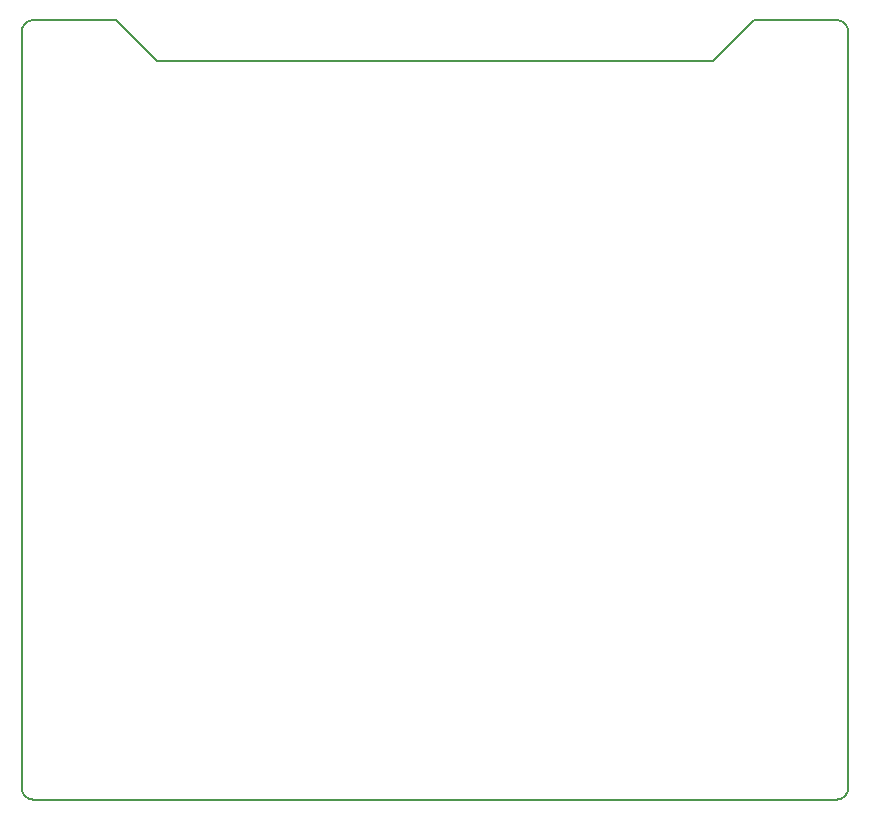
<source format=gbr>
%TF.GenerationSoftware,KiCad,Pcbnew,7.0.5-7.0.5~ubuntu22.04.1*%
%TF.CreationDate,2023-07-17T10:47:06+02:00*%
%TF.ProjectId,audio_iface,61756469-6f5f-4696-9661-63652e6b6963,rev?*%
%TF.SameCoordinates,Original*%
%TF.FileFunction,Profile,NP*%
%FSLAX46Y46*%
G04 Gerber Fmt 4.6, Leading zero omitted, Abs format (unit mm)*
G04 Created by KiCad (PCBNEW 7.0.5-7.0.5~ubuntu22.04.1) date 2023-07-17 10:47:06*
%MOMM*%
%LPD*%
G01*
G04 APERTURE LIST*
%TA.AperFunction,Profile*%
%ADD10C,0.150000*%
%TD*%
G04 APERTURE END LIST*
D10*
X84000000Y-110000000D02*
G75*
G03*
X85000000Y-109000000I0J1000000D01*
G01*
X85000000Y-45000000D02*
G75*
G03*
X84000000Y-44000000I-1000000J0D01*
G01*
X26500000Y-47500000D02*
X73500000Y-47500000D01*
X15000000Y-109000000D02*
X15000000Y-45000000D01*
X16000000Y-44000000D02*
G75*
G03*
X15000000Y-45000000I0J-1000000D01*
G01*
X15000000Y-109000000D02*
G75*
G03*
X16000000Y-110000000I1000000J0D01*
G01*
X23000000Y-44000000D02*
X26500000Y-47500000D01*
X16000000Y-44000000D02*
X23000000Y-44000000D01*
X84000000Y-110000000D02*
X16000000Y-110000000D01*
X77000000Y-44000000D02*
X84000000Y-44000000D01*
X85000000Y-45000000D02*
X85000000Y-109000000D01*
X73500000Y-47500000D02*
X77000000Y-44000000D01*
M02*

</source>
